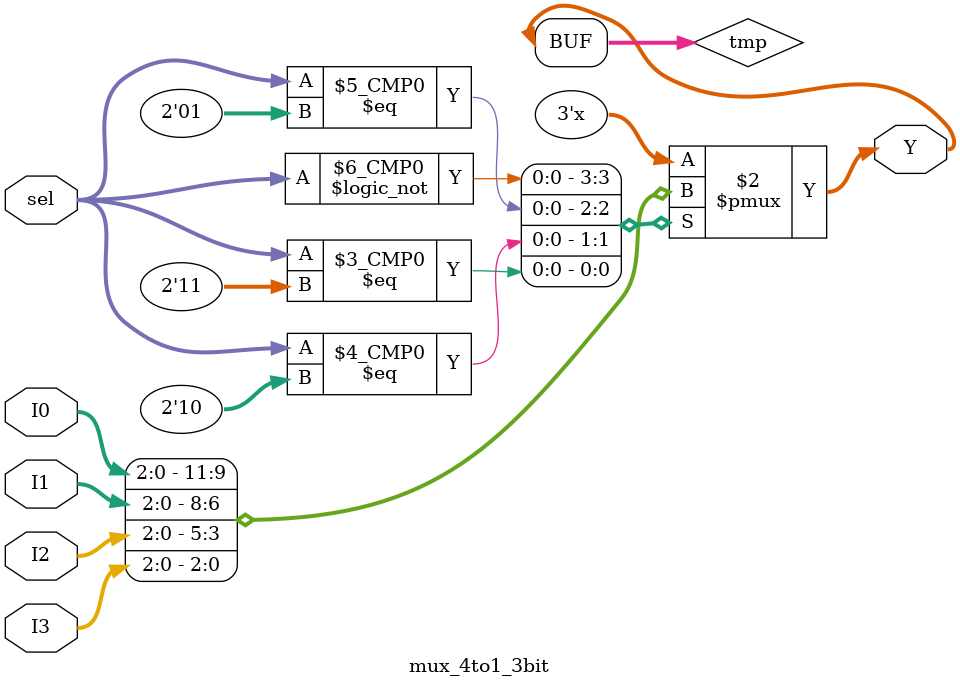
<source format=v>
`timescale 1ns / 1ps


module mux_4to1_3bit(
    input [2:0] I0, I1, I2, I3,
    input [1:0] sel,
    output [2:0] Y
    );
    
reg [2:0] tmp;

always @(I0, I1, I2, I3, sel) begin
    case (sel)
        2'b00:   tmp <= I0;
        2'b01:   tmp <= I1;
        2'b10:   tmp <= I2;
        2'b11:   tmp <= I3;
        default: tmp <= 2'b00;
    endcase
end
    
assign Y = tmp;

endmodule

</source>
